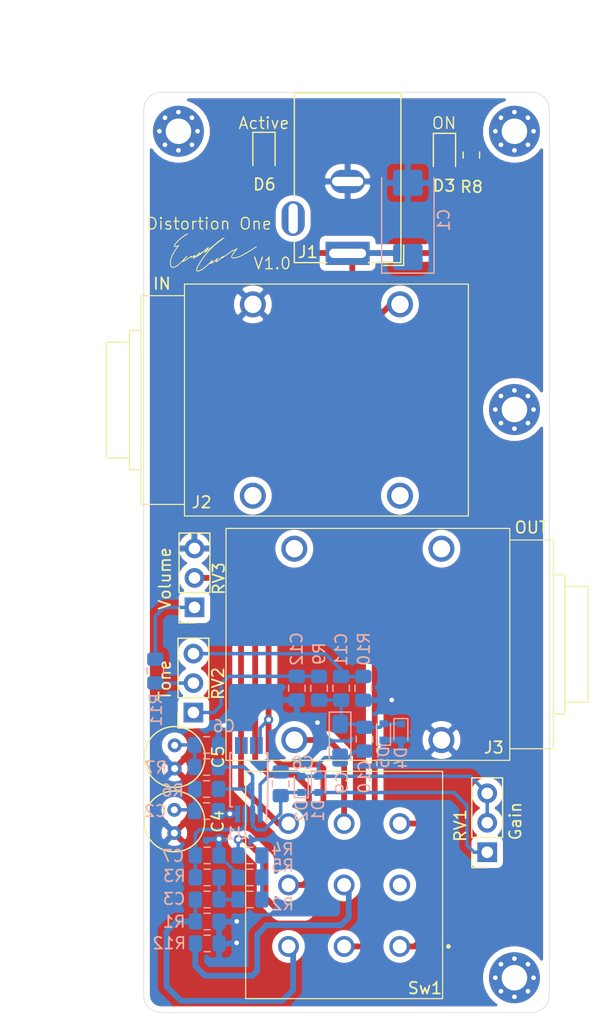
<source format=kicad_pcb>
(kicad_pcb (version 20171130) (host pcbnew "(5.1.8)-1")
  (title_block (title DistortionOne) (date 2020-06-03) (rev v1.0) (comment 1 "Eduardo Contreras"))
  (layers (0 F.Cu signal) (31 B.Cu signal) (34 B.Paste user) (35 F.Paste user) (36 B.SilkS user) (37 F.SilkS user) (38 B.Mask user) (39 F.Mask user) (44 Edge.Cuts user))
  (net 0 "")
  (net 1 GND)
  (net 2 +12V)
  (net 3 "Net-(C2-Pad1)")
  (net 4 "Net-(C3-Pad2)")
  (net 5 "Net-(J2-Pad1)")
  (net 6 "Net-(J3-Pad1)")
  (net 7 +6V)
  (net 8 "Net-(C3-Pad1)")
  (net 9 "Net-(C5-Pad1)")
  (net 10 "Net-(C7-Pad2)")
  (net 11 "Net-(C10-Pad2)")
  (net 12 "Net-(C8-Pad1)")
  (net 13 "Net-(C10-Pad1)")
  (net 14 "Net-(C11-Pad2)")
  (net 15 "Net-(C12-Pad2)")
  (net 16 "Net-(D3-Pad1)")
  (net 17 "Net-(D6-Pad1)")
  (net 18 "Net-(R11-Pad2)")
  (net 19 "Net-(R11-Pad1)")
  (net 20 "Net-(R12-Pad2)")
  (net 21 "Net-(RV3-Pad2)")
  (net 22 /bypass)
  (module Connector_BarrelJack:BarrelJack_CUI_PJ-102AH_Horizontal (layer F.Cu) (at 124.6 65.53 180)
    (fp_text reference J1 (at 3.43 0.11) (layer F.SilkS))
    (fp_text value Jack-DC)
    (pad 3 thru_hole oval (at 4.7 3 180) (size 2 3) (drill oval 0.8 2.6) (layers *.Cu *.Mask))
    (pad 2 thru_hole oval (at 0 6.2 180) (size 3 2) (drill oval 2.7 0.8) (layers *.Cu *.Mask) (net 1 GND))
    (pad 1 thru_hole rect (at 0 0 180) (size 3.8 2) (drill oval 3.2 0.8) (layers *.Cu *.Mask) (net 2 +12V))
  )
  (module Aesthetics:frima (layer F.Cu) (at 113 65.45)
    (fp_text reference G*** hide)
    (fp_text value LOGO hide)
  )
  (module MountingHole:MountingHole_2.2mm_M2_Pad_Via (layer F.Cu) (at 139 79)
    (fp_text reference REF**)
    (fp_text value MountingHole_2.2mm_M2_Pad_Via)
    (pad 1 thru_hole circle (at 0 0) (size 4.4 4.4) (drill 2.2) (layers *.Cu *.Mask))
    (pad 1 thru_hole circle (at 1.65 0) (size 0.7 0.7) (drill 0.4) (layers *.Cu *.Mask))
    (pad 1 thru_hole circle (at 1.166726 1.166726) (size 0.7 0.7) (drill 0.4) (layers *.Cu *.Mask))
    (pad 1 thru_hole circle (at 0 1.65) (size 0.7 0.7) (drill 0.4) (layers *.Cu *.Mask))
    (pad 1 thru_hole circle (at -1.166726 1.166726) (size 0.7 0.7) (drill 0.4) (layers *.Cu *.Mask))
    (pad 1 thru_hole circle (at -1.65 0) (size 0.7 0.7) (drill 0.4) (layers *.Cu *.Mask))
    (pad 1 thru_hole circle (at -1.166726 -1.166726) (size 0.7 0.7) (drill 0.4) (layers *.Cu *.Mask))
    (pad 1 thru_hole circle (at 0 -1.65) (size 0.7 0.7) (drill 0.4) (layers *.Cu *.Mask))
    (pad 1 thru_hole circle (at 1.166726 -1.166726) (size 0.7 0.7) (drill 0.4) (layers *.Cu *.Mask))
  )
  (module MountingHole:MountingHole_2.2mm_M2_Pad_Via (layer F.Cu) (at 139 128)
    (fp_text reference REF**)
    (fp_text value MountingHole_2.2mm_M2_Pad_Via)
    (pad 1 thru_hole circle (at 1.166726 -1.166726) (size 0.7 0.7) (drill 0.4) (layers *.Cu *.Mask))
    (pad 1 thru_hole circle (at 0 -1.65) (size 0.7 0.7) (drill 0.4) (layers *.Cu *.Mask))
    (pad 1 thru_hole circle (at -1.166726 -1.166726) (size 0.7 0.7) (drill 0.4) (layers *.Cu *.Mask))
    (pad 1 thru_hole circle (at -1.65 0) (size 0.7 0.7) (drill 0.4) (layers *.Cu *.Mask))
    (pad 1 thru_hole circle (at -1.166726 1.166726) (size 0.7 0.7) (drill 0.4) (layers *.Cu *.Mask))
    (pad 1 thru_hole circle (at 0 1.65) (size 0.7 0.7) (drill 0.4) (layers *.Cu *.Mask))
    (pad 1 thru_hole circle (at 1.166726 1.166726) (size 0.7 0.7) (drill 0.4) (layers *.Cu *.Mask))
    (pad 1 thru_hole circle (at 1.65 0) (size 0.7 0.7) (drill 0.4) (layers *.Cu *.Mask))
    (pad 1 thru_hole circle (at 0 0) (size 4.4 4.4) (drill 2.2) (layers *.Cu *.Mask))
  )
  (module MountingHole:MountingHole_2.2mm_M2_Pad_Via (layer F.Cu) (at 139 55)
    (fp_text reference REF**)
    (fp_text value MountingHole_2.2mm_M2_Pad_Via)
    (pad 1 thru_hole circle (at 0 0) (size 4.4 4.4) (drill 2.2) (layers *.Cu *.Mask))
    (pad 1 thru_hole circle (at 1.65 0) (size 0.7 0.7) (drill 0.4) (layers *.Cu *.Mask))
    (pad 1 thru_hole circle (at 1.166726 1.166726) (size 0.7 0.7) (drill 0.4) (layers *.Cu *.Mask))
    (pad 1 thru_hole circle (at 0 1.65) (size 0.7 0.7) (drill 0.4) (layers *.Cu *.Mask))
    (pad 1 thru_hole circle (at -1.166726 1.166726) (size 0.7 0.7) (drill 0.4) (layers *.Cu *.Mask))
    (pad 1 thru_hole circle (at -1.65 0) (size 0.7 0.7) (drill 0.4) (layers *.Cu *.Mask))
    (pad 1 thru_hole circle (at -1.166726 -1.166726) (size 0.7 0.7) (drill 0.4) (layers *.Cu *.Mask))
    (pad 1 thru_hole circle (at 0 -1.65) (size 0.7 0.7) (drill 0.4) (layers *.Cu *.Mask))
    (pad 1 thru_hole circle (at 1.166726 -1.166726) (size 0.7 0.7) (drill 0.4) (layers *.Cu *.Mask))
  )
  (module MountingHole:MountingHole_2.2mm_M2_Pad_Via (layer F.Cu) (at 110 55)
    (fp_text reference REF**)
    (fp_text value MountingHole_2.2mm_M2_Pad_Via)
    (pad 1 thru_hole circle (at 1.166726 -1.166726) (size 0.7 0.7) (drill 0.4) (layers *.Cu *.Mask))
    (pad 1 thru_hole circle (at 0 -1.65) (size 0.7 0.7) (drill 0.4) (layers *.Cu *.Mask))
    (pad 1 thru_hole circle (at -1.166726 -1.166726) (size 0.7 0.7) (drill 0.4) (layers *.Cu *.Mask))
    (pad 1 thru_hole circle (at -1.65 0) (size 0.7 0.7) (drill 0.4) (layers *.Cu *.Mask))
    (pad 1 thru_hole circle (at -1.166726 1.166726) (size 0.7 0.7) (drill 0.4) (layers *.Cu *.Mask))
    (pad 1 thru_hole circle (at 0 1.65) (size 0.7 0.7) (drill 0.4) (layers *.Cu *.Mask))
    (pad 1 thru_hole circle (at 1.166726 1.166726) (size 0.7 0.7) (drill 0.4) (layers *.Cu *.Mask))
    (pad 1 thru_hole circle (at 1.65 0) (size 0.7 0.7) (drill 0.4) (layers *.Cu *.Mask))
    (pad 1 thru_hole circle (at 0 0) (size 4.4 4.4) (drill 2.2) (layers *.Cu *.Mask))
  )
  (module Package_SO:TSSOP-8_4.4x3mm_P0.65mm (layer B.Cu) (at 116.075 110.925 90)
    (fp_text reference U1 (at -4.615 -1.065 180) (layer B.SilkS) (effects (justify mirror)))
    (fp_text value TL082)
    (pad 8 smd rect (at 2.95 0.975 90) (size 1.45 0.45) (layers B.Cu B.Paste B.Mask) (net 2 +12V))
    (pad 7 smd rect (at 2.95 0.325 90) (size 1.45 0.45) (layers B.Cu B.Paste B.Mask))
    (pad 6 smd rect (at 2.95 -0.325 90) (size 1.45 0.45) (layers B.Cu B.Paste B.Mask))
    (pad 5 smd rect (at 2.95 -0.975 90) (size 1.45 0.45) (layers B.Cu B.Paste B.Mask))
    (pad 4 smd rect (at -2.95 -0.975 90) (size 1.45 0.45) (layers B.Cu B.Paste B.Mask) (net 1 GND))
    (pad 3 smd rect (at -2.95 -0.325 90) (size 1.45 0.45) (layers B.Cu B.Paste B.Mask) (net 10 "Net-(C7-Pad2)"))
    (pad 2 smd rect (at -2.95 0.325 90) (size 1.45 0.45) (layers B.Cu B.Paste B.Mask) (net 12 "Net-(C8-Pad1)"))
    (pad 1 smd rect (at -2.95 0.975 90) (size 1.45 0.45) (layers B.Cu B.Paste B.Mask) (net 11 "Net-(C10-Pad2)"))
  )
  (module SamacSys_Parts:FS57003PLT2B2M2QE (layer F.Cu) (at 124.6 120 90)
    (fp_text reference Sw1 (at -8.9 6.675 180) (layer F.SilkS))
    (fp_text value Footswitch hide)
    (pad 9 thru_hole circle (at 5.3 -5.1 90) (size 1.8 1.8) (drill 1.2) (layers *.Cu *.Mask) (net 21 "Net-(RV3-Pad2)"))
    (pad 8 thru_hole circle (at 5.3 -0.3 90) (size 1.8 1.8) (drill 1.2) (layers *.Cu *.Mask) (net 6 "Net-(J3-Pad1)"))
    (pad 7 thru_hole circle (at 5.3 4.5 90) (size 1.8 1.8) (drill 1.2) (layers *.Cu *.Mask) (net 22 /bypass))
    (pad 6 thru_hole circle (at 0 -5.1 90) (size 1.8 1.8) (drill 1.2) (layers *.Cu *.Mask) (net 17 "Net-(D6-Pad1)"))
    (pad 5 thru_hole circle (at 0 -0.3 90) (size 1.8 1.8) (drill 1.2) (layers *.Cu *.Mask) (net 20 "Net-(R12-Pad2)"))
    (pad 4 thru_hole circle (at 0 4.5 90) (size 1.8 1.8) (drill 1.2) (layers *.Cu *.Mask))
    (pad 3 thru_hole circle (at -5.3 -5.1 90) (size 1.8 1.8) (drill 1.2) (layers *.Cu *.Mask) (net 4 "Net-(C3-Pad2)"))
    (pad 2 thru_hole circle (at -5.3 -0.3 90) (size 1.8 1.8) (drill 1.2) (layers *.Cu *.Mask) (net 5 "Net-(J2-Pad1)"))
    (pad 1 thru_hole circle (at -5.3 4.5 90) (size 1.8 1.8) (drill 1.2) (layers *.Cu *.Mask) (net 22 /bypass))
  )
  (module Connector_PinSocket_2.54mm:PinSocket_1x03_P2.54mm_Vertical (layer F.Cu) (at 111.38 96.06 180)
    (fp_text reference RV3 (at -2.095 2.485 270) (layer F.SilkS))
    (fp_text value 100K)
    (pad 3 thru_hole oval (at 0 5.08 180) (size 1.7 1.7) (drill 1) (layers *.Cu *.Mask) (net 1 GND))
    (pad 2 thru_hole oval (at 0 2.54 180) (size 1.7 1.7) (drill 1) (layers *.Cu *.Mask) (net 21 "Net-(RV3-Pad2)"))
    (pad 1 thru_hole rect (at 0 0 180) (size 1.7 1.7) (drill 1) (layers *.Cu *.Mask) (net 19 "Net-(R11-Pad1)"))
  )
  (module Connector_PinSocket_2.54mm:PinSocket_1x03_P2.54mm_Vertical (layer F.Cu) (at 111.29 105.13 180)
    (fp_text reference RV2 (at -2.135 2.505 270) (layer F.SilkS))
    (fp_text value 100K)
    (pad 3 thru_hole oval (at 0 5.08 180) (size 1.7 1.7) (drill 1) (layers *.Cu *.Mask) (net 14 "Net-(C11-Pad2)"))
    (pad 2 thru_hole oval (at 0 2.54 180) (size 1.7 1.7) (drill 1) (layers *.Cu *.Mask) (net 18 "Net-(R11-Pad2)"))
    (pad 1 thru_hole rect (at 0 0 180) (size 1.7 1.7) (drill 1) (layers *.Cu *.Mask) (net 15 "Net-(C12-Pad2)"))
  )
  (module Connector_PinSocket_2.54mm:PinSocket_1x03_P2.54mm_Vertical (layer F.Cu) (at 136.65 117.175 180)
    (fp_text reference RV1 (at 2.325 2.3 270) (layer F.SilkS))
    (fp_text value 100K)
    (pad 3 thru_hole oval (at 0 5.08 180) (size 1.7 1.7) (drill 1) (layers *.Cu *.Mask) (net 11 "Net-(C10-Pad2)"))
    (pad 2 thru_hole oval (at 0 2.54 180) (size 1.7 1.7) (drill 1) (layers *.Cu *.Mask) (net 11 "Net-(C10-Pad2)"))
    (pad 1 thru_hole rect (at 0 0 180) (size 1.7 1.7) (drill 1) (layers *.Cu *.Mask) (net 12 "Net-(C8-Pad1)"))
  )
  (module Resistor_SMD:R_0805_2012Metric_Pad1.15x1.40mm_HandSolder (layer B.Cu) (at 112.48 125.04 180)
    (fp_text reference R12 (at 3.28 0.015) (layer B.SilkS) (effects (justify mirror)))
    (fp_text value 1K)
    (pad 2 smd roundrect (at 1.025 0 180) (size 1.15 1.4) (layers B.Cu B.Paste B.Mask) (roundrect_rratio 0.217391) (net 20 "Net-(R12-Pad2)"))
    (pad 1 smd roundrect (at -1.025 0 180) (size 1.15 1.4) (layers B.Cu B.Paste B.Mask) (roundrect_rratio 0.217391) (net 1 GND))
  )
  (module Resistor_SMD:R_0805_2012Metric_Pad1.15x1.40mm_HandSolder (layer B.Cu) (at 108 101.555 270)
    (fp_text reference R11 (at 3.345 -0.05 90) (layer B.SilkS) (effects (justify mirror)))
    (fp_text value 1K)
    (pad 2 smd roundrect (at 1.025 0 270) (size 1.15 1.4) (layers B.Cu B.Paste B.Mask) (roundrect_rratio 0.217391) (net 18 "Net-(R11-Pad2)"))
    (pad 1 smd roundrect (at -1.025 0 270) (size 1.15 1.4) (layers B.Cu B.Paste B.Mask) (roundrect_rratio 0.217391) (net 19 "Net-(R11-Pad1)"))
  )
  (module Resistor_SMD:R_0805_2012Metric_Pad1.15x1.40mm_HandSolder (layer B.Cu) (at 125.95 103.04 90)
    (fp_text reference R10 (at 3.39 0.05 270) (layer B.SilkS) (effects (justify mirror)))
    (fp_text value 22K)
    (pad 2 smd roundrect (at 1.025 0 90) (size 1.15 1.4) (layers B.Cu B.Paste B.Mask) (roundrect_rratio 0.217391) (net 14 "Net-(C11-Pad2)"))
    (pad 1 smd roundrect (at -1.025 0 90) (size 1.15 1.4) (layers B.Cu B.Paste B.Mask) (roundrect_rratio 0.217391) (net 1 GND))
  )
  (module Resistor_SMD:R_0805_2012Metric_Pad1.15x1.40mm_HandSolder (layer B.Cu) (at 122.13 103.035 270)
    (fp_text reference R9 (at -2.985 -0.02 90) (layer B.SilkS) (effects (justify mirror)))
    (fp_text value 39K)
    (pad 2 smd roundrect (at 1.025 0 270) (size 1.15 1.4) (layers B.Cu B.Paste B.Mask) (roundrect_rratio 0.217391) (net 13 "Net-(C10-Pad1)"))
    (pad 1 smd roundrect (at -1.025 0 270) (size 1.15 1.4) (layers B.Cu B.Paste B.Mask) (roundrect_rratio 0.217391) (net 15 "Net-(C12-Pad2)"))
  )
  (module Resistor_SMD:R_0805_2012Metric_Pad1.15x1.40mm_HandSolder (layer F.Cu) (at 135.28 57.055 90)
    (fp_text reference R8 (at -2.745 0.02) (layer F.SilkS))
    (fp_text value 1K)
    (pad 2 smd roundrect (at 1.025 0 90) (size 1.15 1.4) (layers F.Cu F.Paste F.Mask) (roundrect_rratio 0.217391) (net 16 "Net-(D3-Pad1)"))
    (pad 1 smd roundrect (at -1.025 0 90) (size 1.15 1.4) (layers F.Cu F.Paste F.Mask) (roundrect_rratio 0.217391) (net 1 GND))
  )
  (module Resistor_SMD:R_0805_2012Metric_Pad1.15x1.40mm_HandSolder (layer B.Cu) (at 112.425 109.825 180)
    (fp_text reference R7 (at 4.375 -0.05) (layer B.SilkS) (effects (justify mirror)))
    (fp_text value 560R)
    (pad 2 smd roundrect (at 1.025 0 180) (size 1.15 1.4) (layers B.Cu B.Paste B.Mask) (roundrect_rratio 0.217391) (net 9 "Net-(C5-Pad1)"))
    (pad 1 smd roundrect (at -1.025 0 180) (size 1.15 1.4) (layers B.Cu B.Paste B.Mask) (roundrect_rratio 0.217391) (net 12 "Net-(C8-Pad1)"))
  )
  (module Resistor_SMD:R_0805_2012Metric_Pad1.15x1.40mm_HandSolder (layer B.Cu) (at 112.425 111.725 180)
    (fp_text reference R6 (at 2.925 -0.125) (layer B.SilkS) (effects (justify mirror)))
    (fp_text value 47R)
    (pad 2 smd roundrect (at 1.025 0 180) (size 1.15 1.4) (layers B.Cu B.Paste B.Mask) (roundrect_rratio 0.217391) (net 3 "Net-(C2-Pad1)"))
    (pad 1 smd roundrect (at -1.025 0 180) (size 1.15 1.4) (layers B.Cu B.Paste B.Mask) (roundrect_rratio 0.217391) (net 12 "Net-(C8-Pad1)"))
  )
  (module Resistor_SMD:R_0805_2012Metric_Pad1.15x1.40mm_HandSolder (layer B.Cu) (at 116.175 119.35 180)
    (fp_text reference R5 (at -2.825 1.025) (layer B.SilkS) (effects (justify mirror)))
    (fp_text value 27K)
    (pad 2 smd roundrect (at 1.025 0 180) (size 1.15 1.4) (layers B.Cu B.Paste B.Mask) (roundrect_rratio 0.217391) (net 1 GND))
    (pad 1 smd roundrect (at -1.025 0 180) (size 1.15 1.4) (layers B.Cu B.Paste B.Mask) (roundrect_rratio 0.217391) (net 7 +6V))
  )
  (module Resistor_SMD:R_0805_2012Metric_Pad1.15x1.40mm_HandSolder (layer B.Cu) (at 116.175 117.45)
    (fp_text reference R4 (at 2.8 -0.525) (layer B.SilkS) (effects (justify mirror)))
    (fp_text value 27K)
    (pad 2 smd roundrect (at 1.025 0) (size 1.15 1.4) (layers B.Cu B.Paste B.Mask) (roundrect_rratio 0.217391) (net 7 +6V))
    (pad 1 smd roundrect (at -1.025 0) (size 1.15 1.4) (layers B.Cu B.Paste B.Mask) (roundrect_rratio 0.217391) (net 2 +12V))
  )
  (module Resistor_SMD:R_0805_2012Metric_Pad1.15x1.40mm_HandSolder (layer B.Cu) (at 112.475 119.35)
    (fp_text reference R3 (at -2.825 -0.125) (layer B.SilkS) (effects (justify mirror)))
    (fp_text value 1K)
    (pad 2 smd roundrect (at 1.025 0) (size 1.15 1.4) (layers B.Cu B.Paste B.Mask) (roundrect_rratio 0.217391) (net 8 "Net-(C3-Pad1)"))
    (pad 1 smd roundrect (at -1.025 0) (size 1.15 1.4) (layers B.Cu B.Paste B.Mask) (roundrect_rratio 0.217391) (net 10 "Net-(C7-Pad2)"))
  )
  (module Resistor_SMD:R_0805_2012Metric_Pad1.15x1.40mm_HandSolder (layer B.Cu) (at 116.175 121.25 180)
    (fp_text reference R2 (at -2.825 -0.425) (layer B.SilkS) (effects (justify mirror)))
    (fp_text value 1M)
    (pad 2 smd roundrect (at 1.025 0 180) (size 1.15 1.4) (layers B.Cu B.Paste B.Mask) (roundrect_rratio 0.217391) (net 8 "Net-(C3-Pad1)"))
    (pad 1 smd roundrect (at -1.025 0 180) (size 1.15 1.4) (layers B.Cu B.Paste B.Mask) (roundrect_rratio 0.217391) (net 7 +6V))
  )
  (module Resistor_SMD:R_0805_2012Metric_Pad1.15x1.40mm_HandSolder (layer B.Cu) (at 112.475 123.15)
    (fp_text reference R1 (at -2.85 0.025) (layer B.SilkS) (effects (justify mirror)))
    (fp_text value 1M)
    (pad 2 smd roundrect (at 1.025 0) (size 1.15 1.4) (layers B.Cu B.Paste B.Mask) (roundrect_rratio 0.217391) (net 1 GND))
    (pad 1 smd roundrect (at -1.025 0) (size 1.15 1.4) (layers B.Cu B.Paste B.Mask) (roundrect_rratio 0.217391) (net 4 "Net-(C3-Pad2)"))
  )
  (module SamacSys_Parts:NYS2162U (layer F.Cu) (at 120 107.5)
    (fp_text reference J3 (at 17.225 0.65) (layer F.SilkS))
    (fp_text value OUT (at 20.45 -18.325) (layer F.SilkS))
    (pad 4 thru_hole circle (at 0 -16.5) (size 2.25 2.25) (drill 1.5) (layers *.Cu *.Mask))
    (pad 3 thru_hole circle (at 12.7 -16.5) (size 2.25 2.25) (drill 1.5) (layers *.Cu *.Mask))
    (pad 2 thru_hole circle (at 12.7 0) (size 2.25 2.25) (drill 1.5) (layers *.Cu *.Mask) (net 1 GND))
    (pad 1 thru_hole circle (at 0 0) (size 2.25 2.25) (drill 1.5) (layers *.Cu *.Mask) (net 6 "Net-(J3-Pad1)"))
  )
  (module SamacSys_Parts:NYS2162U (layer F.Cu) (at 129.12 69.93 180)
    (fp_text reference J2 (at 17.12 -17.07) (layer F.SilkS))
    (fp_text value IN (at 20.545 1.78) (layer F.SilkS))
    (pad 4 thru_hole circle (at 0 -16.5 180) (size 2.25 2.25) (drill 1.5) (layers *.Cu *.Mask))
    (pad 3 thru_hole circle (at 12.7 -16.5 180) (size 2.25 2.25) (drill 1.5) (layers *.Cu *.Mask))
    (pad 2 thru_hole circle (at 12.7 0 180) (size 2.25 2.25) (drill 1.5) (layers *.Cu *.Mask) (net 1 GND))
    (pad 1 thru_hole circle (at 0 0 180) (size 2.25 2.25) (drill 1.5) (layers *.Cu *.Mask) (net 5 "Net-(J2-Pad1)"))
  )
  (module LED_SMD:LED_0805_2012Metric_Pad1.15x1.40mm_HandSolder (layer F.Cu) (at 117.38 56.95 270)
    (fp_text reference D6 (at 2.64 -0.04 180) (layer F.SilkS))
    (fp_text value Active (at -2.65 0.005 180) (layer F.SilkS) (effects (font (thickness 0.12))))
    (pad 2 smd roundrect (at 1.025 0 270) (size 1.15 1.4) (layers F.Cu F.Paste F.Mask) (roundrect_rratio 0.217391) (net 2 +12V))
    (pad 1 smd roundrect (at -1.025 0 270) (size 1.15 1.4) (layers F.Cu F.Paste F.Mask) (roundrect_rratio 0.217391) (net 17 "Net-(D6-Pad1)"))
  )
  (module Diode_SMD:D_SOD-523 (layer B.Cu) (at 127.7 106.8 90)
    (fp_text reference D5 (at -2.175 -0.025 90) (layer B.SilkS) (effects (justify mirror)))
    (fp_text value 1n4148)
    (pad 1 smd rect (at -0.7 0 270) (size 0.6 0.7) (layers B.Cu B.Paste B.Mask) (net 1 GND))
    (pad 2 smd rect (at 0.7 0 270) (size 0.6 0.7) (layers B.Cu B.Paste B.Mask) (net 13 "Net-(C10-Pad1)"))
  )
  (module Diode_SMD:D_SOD-523 (layer B.Cu) (at 129.2 106.8 270)
    (fp_text reference D4 (at 2.25 0 90) (layer B.SilkS) (effects (justify mirror)))
    (fp_text value 1n4148)
    (pad 1 smd rect (at -0.7 0 90) (size 0.6 0.7) (layers B.Cu B.Paste B.Mask) (net 13 "Net-(C10-Pad1)"))
    (pad 2 smd rect (at 0.7 0 90) (size 0.6 0.7) (layers B.Cu B.Paste B.Mask) (net 1 GND))
  )
  (module LED_SMD:LED_0805_2012Metric_Pad1.15x1.40mm_HandSolder (layer F.Cu) (at 132.96 57.04 270)
    (fp_text reference D3 (at 2.66 0.03) (layer F.SilkS))
    (fp_text value ON (at -2.74 0.035) (layer F.SilkS) (effects (font (thickness 0.12))))
    (pad 2 smd roundrect (at 1.025 0 270) (size 1.15 1.4) (layers F.Cu F.Paste F.Mask) (roundrect_rratio 0.217391) (net 2 +12V))
    (pad 1 smd roundrect (at -1.025 0 270) (size 1.15 1.4) (layers F.Cu F.Paste F.Mask) (roundrect_rratio 0.217391) (net 16 "Net-(D3-Pad1)"))
  )
  (module Diode_SMD:D_SOD-523 (layer B.Cu) (at 120.6 111.325 90)
    (fp_text reference D2 (at -2.275 0.025 90) (layer B.SilkS) (effects (justify mirror)))
    (fp_text value 1n4148)
    (pad 1 smd rect (at -0.7 0 270) (size 0.6 0.7) (layers B.Cu B.Paste B.Mask) (net 12 "Net-(C8-Pad1)"))
    (pad 2 smd rect (at 0.7 0 270) (size 0.6 0.7) (layers B.Cu B.Paste B.Mask) (net 11 "Net-(C10-Pad2)"))
  )
  (module Diode_SMD:D_SOD-523 (layer B.Cu) (at 122.075 111.325 270)
    (fp_text reference D1 (at 2.25 0.025 90) (layer B.SilkS) (effects (justify mirror)))
    (fp_text value 1n4148)
    (pad 1 smd rect (at -0.7 0 90) (size 0.6 0.7) (layers B.Cu B.Paste B.Mask) (net 11 "Net-(C10-Pad2)"))
    (pad 2 smd rect (at 0.7 0 90) (size 0.6 0.7) (layers B.Cu B.Paste B.Mask) (net 12 "Net-(C8-Pad1)"))
  )
  (module Capacitor_SMD:C_0805_2012Metric_Pad1.15x1.40mm_HandSolder (layer B.Cu) (at 120.215 103.03 90)
    (fp_text reference C12 (at 3.38 -0.015 90) (layer B.SilkS) (effects (justify mirror)))
    (fp_text value 10nF)
    (pad 2 smd roundrect (at 1.025 0 90) (size 1.15 1.4) (layers B.Cu B.Paste B.Mask) (roundrect_rratio 0.217391) (net 15 "Net-(C12-Pad2)"))
    (pad 1 smd roundrect (at -1.025 0 90) (size 1.15 1.4) (layers B.Cu B.Paste B.Mask) (roundrect_rratio 0.217391) (net 1 GND))
  )
  (module Capacitor_SMD:C_0805_2012Metric_Pad1.15x1.40mm_HandSolder (layer B.Cu) (at 124.04 103.03 90)
    (fp_text reference C11 (at 3.33 0.01 90) (layer B.SilkS) (effects (justify mirror)))
    (fp_text value 4.7nF)
    (pad 2 smd roundrect (at 1.025 0 90) (size 1.15 1.4) (layers B.Cu B.Paste B.Mask) (roundrect_rratio 0.217391) (net 14 "Net-(C11-Pad2)"))
    (pad 1 smd roundrect (at -1.025 0 90) (size 1.15 1.4) (layers B.Cu B.Paste B.Mask) (roundrect_rratio 0.217391) (net 13 "Net-(C10-Pad1)"))
  )
  (module Capacitor_SMD:C_0805_2012Metric_Pad1.15x1.40mm_HandSolder (layer B.Cu) (at 126.05 107.425 270)
    (fp_text reference C10 (at 3.245 0 90) (layer B.SilkS) (effects (justify mirror)))
    (fp_text value 1uF)
    (pad 2 smd roundrect (at 1.025 0 270) (size 1.15 1.4) (layers B.Cu B.Paste B.Mask) (roundrect_rratio 0.217391) (net 11 "Net-(C10-Pad2)"))
    (pad 1 smd roundrect (at -1.025 0 270) (size 1.15 1.4) (layers B.Cu B.Paste B.Mask) (roundrect_rratio 0.217391) (net 13 "Net-(C10-Pad1)"))
  )
  (module Capacitor_Tantalum_SMD:CP_EIA-3216-18_Kemet-A_Pad1.58x1.35mm_HandSolder (layer B.Cu) (at 123.95 107.575 270)
    (fp_text reference C9 (at 3.605 -0.16 90) (layer B.SilkS) (effects (justify mirror)))
    (fp_text value 1uF)
    (pad 2 smd roundrect (at 1.4375 0 270) (size 1.575 1.35) (layers B.Cu B.Paste B.Mask) (roundrect_rratio 0.185185) (net 11 "Net-(C10-Pad2)"))
    (pad 1 smd roundrect (at -1.4375 0 270) (size 1.575 1.35) (layers B.Cu B.Paste B.Mask) (roundrect_rratio 0.185185) (net 13 "Net-(C10-Pad1)"))
  )
  (module Capacitor_SMD:C_0805_2012Metric_Pad1.15x1.40mm_HandSolder (layer B.Cu) (at 118.825 111.275 90)
    (fp_text reference C8 (at 1.805 1.915) (layer B.SilkS) (effects (justify mirror)))
    (fp_text value 100pF)
    (pad 2 smd roundrect (at 1.025 0 90) (size 1.15 1.4) (layers B.Cu B.Paste B.Mask) (roundrect_rratio 0.217391) (net 11 "Net-(C10-Pad2)"))
    (pad 1 smd roundrect (at -1.025 0 90) (size 1.15 1.4) (layers B.Cu B.Paste B.Mask) (roundrect_rratio 0.217391) (net 12 "Net-(C8-Pad1)"))
  )
  (module Capacitor_SMD:C_0805_2012Metric_Pad1.15x1.40mm_HandSolder (layer B.Cu) (at 112.475 117.45 180)
    (fp_text reference C7 (at 2.95 -0.05) (layer B.SilkS) (effects (justify mirror)))
    (fp_text value 1nF)
    (pad 2 smd roundrect (at 1.025 0 180) (size 1.15 1.4) (layers B.Cu B.Paste B.Mask) (roundrect_rratio 0.217391) (net 10 "Net-(C7-Pad2)"))
    (pad 1 smd roundrect (at -1.025 0 180) (size 1.15 1.4) (layers B.Cu B.Paste B.Mask) (roundrect_rratio 0.217391) (net 1 GND))
  )
  (module Capacitor_SMD:C_0805_2012Metric_Pad1.15x1.40mm_HandSolder (layer B.Cu) (at 112.425 107.925)
    (fp_text reference C6 (at 1.5 -1.625) (layer B.SilkS) (effects (justify mirror)))
    (fp_text value 4.7uF)
    (pad 2 smd roundrect (at 1.025 0) (size 1.15 1.4) (layers B.Cu B.Paste B.Mask) (roundrect_rratio 0.217391) (net 1 GND))
    (pad 1 smd roundrect (at -1.025 0) (size 1.15 1.4) (layers B.Cu B.Paste B.Mask) (roundrect_rratio 0.217391) (net 9 "Net-(C5-Pad1)"))
  )
  (module Capacitor_THT:C_Radial_D5.0mm_H5.0mm_P2.00mm (layer F.Cu) (at 109.67 107.96 270)
    (fp_text reference C5 (at 1 -3.75 270) (layer F.SilkS))
    (fp_text value 4.7uF)
    (pad 2 thru_hole circle (at 2 0 270) (size 1.2 1.2) (drill 0.6) (layers *.Cu *.Mask) (net 1 GND))
    (pad 1 thru_hole circle (at 0 0 270) (size 1.2 1.2) (drill 0.6) (layers *.Cu *.Mask) (net 9 "Net-(C5-Pad1)"))
  )
  (module Capacitor_THT:C_Radial_D5.0mm_H5.0mm_P2.00mm (layer F.Cu) (at 109.64 113.52 270)
    (fp_text reference C4 (at 1 -3.75 90) (layer F.SilkS))
    (fp_text value 2.2uF)
    (pad 2 thru_hole circle (at 2 0 270) (size 1.2 1.2) (drill 0.6) (layers *.Cu *.Mask) (net 1 GND))
    (pad 1 thru_hole circle (at 0 0 270) (size 1.2 1.2) (drill 0.6) (layers *.Cu *.Mask) (net 3 "Net-(C2-Pad1)"))
  )
  (module Capacitor_SMD:C_0805_2012Metric_Pad1.15x1.40mm_HandSolder (layer B.Cu) (at 112.475 121.25 180)
    (fp_text reference C3 (at 2.85 0.05) (layer B.SilkS) (effects (justify mirror)))
    (fp_text value 22nF)
    (pad 2 smd roundrect (at 1.025 0 180) (size 1.15 1.4) (layers B.Cu B.Paste B.Mask) (roundrect_rratio 0.217391) (net 4 "Net-(C3-Pad2)"))
    (pad 1 smd roundrect (at -1.025 0 180) (size 1.15 1.4) (layers B.Cu B.Paste B.Mask) (roundrect_rratio 0.217391) (net 8 "Net-(C3-Pad1)"))
  )
  (module Capacitor_SMD:C_0805_2012Metric_Pad1.15x1.40mm_HandSolder (layer B.Cu) (at 112.425 113.625)
    (fp_text reference C2 (at -4.425 0) (layer B.SilkS) (effects (justify mirror)))
    (fp_text value 2.2uF)
    (pad 2 smd roundrect (at 1.025 0) (size 1.15 1.4) (layers B.Cu B.Paste B.Mask) (roundrect_rratio 0.217391) (net 1 GND))
    (pad 1 smd roundrect (at -1.025 0) (size 1.15 1.4) (layers B.Cu B.Paste B.Mask) (roundrect_rratio 0.217391) (net 3 "Net-(C2-Pad1)"))
  )
  (module Capacitor_Tantalum_SMD:CP_EIA-7343-30_AVX-N_Pad2.25x2.55mm_HandSolder (layer B.Cu) (at 129.8 62.65 90)
    (fp_text reference C1 (at 0 3.1 90) (layer B.SilkS) (effects (justify mirror)))
    (fp_text value 47uF)
    (pad 2 smd roundrect (at 3.2 0 90) (size 2.25 2.55) (layers B.Cu B.Paste B.Mask) (roundrect_rratio 0.111111) (net 1 GND))
    (pad 1 smd roundrect (at -3.2 0 90) (size 2.25 2.55) (layers B.Cu B.Paste B.Mask) (roundrect_rratio 0.111111) (net 2 +12V))
  )
  (gr_text Gain (at 139.075 114.5 90) (layer F.SilkS) (effects (font (size 1 1))))
  (gr_text Tone (at 108.825 102.325 90) (layer F.SilkS) (effects (font (size 1 1))))
  (gr_text Volume (at 108.825 93.575 90) (layer F.SilkS) (effects (font (size 1 1))))
  (gr_arc (start 108.5 129.5) (end 107 129.5) (angle -90) (layer Edge.Cuts) (width 0.05))
  (gr_arc (start 140.5 129.5) (end 140.5 131) (angle -90) (layer Edge.Cuts) (width 0.05))
  (gr_arc (start 140.5 53.13) (end 142 53.13) (angle -90) (layer Edge.Cuts) (width 0.05))
  (gr_arc (start 108.5 53.13) (end 108.5 51.63) (angle -90) (layer Edge.Cuts) (width 0.05))
  (gr_text V1.0 (at 118.1 66.4) (layer F.SilkS) (effects (font (size 1 1) (thickness 0.11))))
  (gr_text "Distortion One" (at 112.65 62.975) (layer F.SilkS) (effects (font (size 1 1) (thickness 0.11))))
  (gr_line (start 108.5 51.63) (end 140.5 51.63) (layer Edge.Cuts) (width 0.05))
  (gr_line (start 108.5 131) (end 140.5 131) (layer Edge.Cuts) (width 0.05))
  (gr_line (start 142 129.5) (end 142 53.13) (layer Edge.Cuts) (width 0.05))
  (gr_line (start 107 129.5) (end 107 53.13) (layer Edge.Cuts) (width 0.05))
  (segment (start 115.15 119.1) (end 113.5 117.45) (width 0.25) (layer B.Cu) (net 1))
  (segment (start 115.15 119.35) (end 115.15 119.1) (width 0.25) (layer B.Cu) (net 1))
  (segment (start 113.505 123.155) (end 113.5 123.15) (width 0.3) (layer B.Cu) (net 1))
  (segment (start 113.505 125.04) (end 113.505 123.155) (width 0.3) (layer B.Cu) (net 1))
  (segment (start 113.5 123.15) (end 115.02 123.15) (width 0.3) (layer B.Cu) (net 1))
  (via (at 115.03 123.14) (size 0.8) (drill 0.4) (layers F.Cu B.Cu) (net 1))
  (segment (start 115.02 123.15) (end 115.03 123.14) (width 0.3) (layer B.Cu) (net 1))
  (via (at 115.02 124.99) (size 0.8) (drill 0.4) (layers F.Cu B.Cu) (net 1))
  (segment (start 113.505 125.04) (end 114.97 125.04) (width 0.3) (layer B.Cu) (net 1))
  (segment (start 114.97 125.04) (end 115.02 124.99) (width 0.3) (layer B.Cu) (net 1))
  (via (at 113.95 106.24) (size 0.8) (drill 0.4) (layers F.Cu B.Cu) (net 1))
  (segment (start 113.45 107.925) (end 113.45 106.74) (width 0.3) (layer B.Cu) (net 1))
  (segment (start 113.45 106.74) (end 113.95 106.24) (width 0.3) (layer B.Cu) (net 1))
  (segment (start 113.7 113.875) (end 113.45 113.625) (width 0.3) (layer B.Cu) (net 1))
  (via (at 113.5 116.03) (size 0.8) (drill 0.4) (layers F.Cu B.Cu) (net 1))
  (segment (start 113.5 117.45) (end 113.5 116.03) (width 0.3) (layer B.Cu) (net 1))
  (via (at 114.44 113.86) (size 0.8) (drill 0.4) (layers F.Cu B.Cu) (net 1))
  (segment (start 114.425 113.875) (end 114.44 113.86) (width 0.3) (layer B.Cu) (net 1))
  (segment (start 114.44 113.86) (end 113.7 113.875) (width 0.3) (layer B.Cu) (net 1))
  (segment (start 115.1 113.875) (end 114.425 113.875) (width 0.3) (layer B.Cu) (net 1))
  (via (at 128.41 104.05) (size 0.8) (drill 0.4) (layers F.Cu B.Cu) (net 1))
  (segment (start 125.95 104.065) (end 128.395 104.065) (width 0.3) (layer B.Cu) (net 1))
  (segment (start 128.395 104.065) (end 128.41 104.05) (width 0.3) (layer B.Cu) (net 1))
  (segment (start 120.215 104.055) (end 118.636175 104.055) (width 0.3) (layer B.Cu) (net 1))
  (segment (start 118.636175 104.055) (end 118.63001 104.048835) (width 0.3) (layer B.Cu) (net 1))
  (via (at 122 106) (size 0.8) (drill 0.4) (layers F.Cu B.Cu) (net 1))
  (segment (start 120.215 104.055) (end 120.215 104.215) (width 0.3) (layer B.Cu) (net 1))
  (via (at 115.16 116.07) (size 0.8) (drill 0.4) (layers F.Cu B.Cu) (net 2))
  (segment (start 115.15 117.45) (end 115.15 116.08) (width 0.3) (layer B.Cu) (net 2))
  (segment (start 115.15 116.08) (end 115.16 116.07) (width 0.3) (layer B.Cu) (net 2))
  (segment (start 129.45 65.5) (end 129.8 65.85) (width 0.5) (layer B.Cu) (net 2))
  (segment (start 125 65.5) (end 129.45 65.5) (width 0.5) (layer B.Cu) (net 2))
  (segment (start 125 65.5) (end 131.72 65.5) (width 0.5) (layer F.Cu) (net 2))
  (segment (start 132.96 64.26) (end 132.96 58.065) (width 0.5) (layer F.Cu) (net 2))
  (segment (start 131.72 65.5) (end 132.96 64.26) (width 0.5) (layer F.Cu) (net 2))
  (segment (start 125 65.5) (end 117.86 65.5) (width 0.5) (layer F.Cu) (net 2))
  (segment (start 117.38 65.02) (end 117.38 57.975) (width 0.5) (layer F.Cu) (net 2))
  (segment (start 117.86 65.5) (end 117.38 65.02) (width 0.5) (layer F.Cu) (net 2))
  (via (at 117.78 105.74) (size 0.8) (drill 0.4) (layers F.Cu B.Cu) (net 2))
  (segment (start 117.05 107.975) (end 117.05 106.47) (width 0.3) (layer B.Cu) (net 2))
  (segment (start 117.05 106.47) (end 117.78 105.74) (width 0.3) (layer B.Cu) (net 2))
  (segment (start 117.78 105.74) (end 117.78 95.03) (width 0.3) (layer F.Cu) (net 2))
  (segment (start 117.78 95.03) (end 117.78 89.49) (width 0.3) (layer F.Cu) (net 2))
  (segment (start 117.78 105.74) (end 117.78 89.49) (width 0.5) (layer F.Cu) (net 2))
  (segment (start 125.07 87.14) (end 125 65.5) (width 0.5) (layer F.Cu) (net 2))
  (segment (start 119.04 88.23) (end 123.98 88.23) (width 0.5) (layer F.Cu) (net 2))
  (segment (start 123.98 88.23) (end 125.07 87.14) (width 0.5) (layer F.Cu) (net 2))
  (segment (start 117.78 89.49) (end 119.04 88.23) (width 0.5) (layer F.Cu) (net 2))
  (segment (start 115.725685 116.07) (end 117.51 117.854315) (width 0.5) (layer F.Cu) (net 2))
  (segment (start 115.16 116.07) (end 115.725685 116.07) (width 0.5) (layer F.Cu) (net 2))
  (segment (start 117.51 117.854315) (end 117.51 121.1) (width 0.5) (layer F.Cu) (net 2))
  (segment (start 117.51 121.1) (end 118.71 122.3) (width 0.5) (layer F.Cu) (net 2))
  (segment (start 122.16 109.61) (end 118.81 109.61) (width 0.5) (layer F.Cu) (net 2))
  (segment (start 117.78 108.58) (end 117.78 105.74) (width 0.5) (layer F.Cu) (net 2))
  (segment (start 118.81 109.61) (end 117.78 108.58) (width 0.5) (layer F.Cu) (net 2))
  (segment (start 122.51 109.96) (end 122.51 120.71) (width 0.5) (layer F.Cu) (net 2))
  (segment (start 122.51 109.96) (end 122.16 109.61) (width 0.5) (layer F.Cu) (net 2))
  (segment (start 120.9 122.32) (end 118.75 122.32) (width 0.5) (layer F.Cu) (net 2))
  (segment (start 122.51 120.71) (end 120.9 122.32) (width 0.5) (layer F.Cu) (net 2))
  (segment (start 118.71 122.3) (end 118.75 122.32) (width 0.5) (layer F.Cu) (net 2))
  (segment (start 111.4 111.725) (end 111.4 113.625) (width 0.3) (layer B.Cu) (net 3))
  (segment (start 111.295 113.52) (end 111.4 113.625) (width 0.3) (layer B.Cu) (net 3))
  (segment (start 109.64 113.52) (end 111.295 113.52) (width 0.3) (layer B.Cu) (net 3))
  (segment (start 119.9 125.3) (end 119.9 129.05) (width 0.5) (layer B.Cu) (net 4))
  (segment (start 119.9 129.05) (end 118.96 129.99) (width 0.5) (layer B.Cu) (net 4))
  (segment (start 118.96 129.99) (end 110.21 129.99) (width 0.5) (layer B.Cu) (net 4))
  (segment (start 110.21 129.99) (end 108.97 128.75) (width 0.5) (layer B.Cu) (net 4))
  (segment (start 108.97 128.75) (end 108.97 124.01) (width 0.5) (layer B.Cu) (net 4))
  (segment (start 109.83 123.15) (end 111.45 123.15) (width 0.5) (layer B.Cu) (net 4))
  (segment (start 108.97 124.01) (end 109.83 123.15) (width 0.5) (layer B.Cu) (net 4))
  (segment (start 111.45 121.25) (end 111.45 123.15) (width 0.3) (layer B.Cu) (net 4))
  (segment (start 124.7 125.3) (end 124.7 124.96) (width 0.3) (layer B.Cu) (net 5))
  (segment (start 125.972792 125.3) (end 126.94 124.332792) (width 0.5) (layer F.Cu) (net 5))
  (segment (start 124.7 125.3) (end 125.972792 125.3) (width 0.5) (layer F.Cu) (net 5))
  (segment (start 126.94 124.332792) (end 126.94 71.31) (width 0.5) (layer F.Cu) (net 5))
  (segment (start 126.94 71.31) (end 128.25 70) (width 0.5) (layer F.Cu) (net 5))
  (segment (start 128.32 69.93) (end 128.25 70) (width 0.3) (layer F.Cu) (net 5))
  (segment (start 129.12 69.93) (end 128.32 69.93) (width 0.3) (layer F.Cu) (net 5))
  (segment (start 124.3 114.7) (end 124.3 108.85) (width 0.5) (layer F.Cu) (net 6))
  (segment (start 122.95 107.5) (end 120 107.5) (width 0.5) (layer F.Cu) (net 6))
  (segment (start 124.3 108.85) (end 122.95 107.5) (width 0.5) (layer F.Cu) (net 6))
  (segment (start 117.2 117.45) (end 117.2 119.35) (width 0.3) (layer B.Cu) (net 7))
  (segment (start 117.2 119.35) (end 117.2 121.25) (width 0.3) (layer B.Cu) (net 7))
  (segment (start 113.5 119.35) (end 113.5 121.25) (width 0.3) (layer B.Cu) (net 8))
  (segment (start 113.5 121.25) (end 115.15 121.25) (width 0.3) (layer B.Cu) (net 8))
  (segment (start 111.4 107.925) (end 111.4 109.825) (width 0.3) (layer B.Cu) (net 9))
  (segment (start 109.705 107.925) (end 109.67 107.96) (width 0.3) (layer B.Cu) (net 9))
  (segment (start 111.4 107.925) (end 109.705 107.925) (width 0.3) (layer B.Cu) (net 9))
  (segment (start 111.45 119.35) (end 111.45 117.45) (width 0.3) (layer B.Cu) (net 10))
  (segment (start 115.75 114.9) (end 115.43 115.22) (width 0.3) (layer B.Cu) (net 10))
  (segment (start 115.75 113.875) (end 115.75 114.9) (width 0.3) (layer B.Cu) (net 10))
  (segment (start 115.43 115.22) (end 111.84 115.22) (width 0.3) (layer B.Cu) (net 10))
  (segment (start 111.45 115.61) (end 111.45 117.45) (width 0.3) (layer B.Cu) (net 10))
  (segment (start 111.84 115.22) (end 111.45 115.61) (width 0.3) (layer B.Cu) (net 10))
  (segment (start 117.05 111.325) (end 118.125 110.25) (width 0.3) (layer B.Cu) (net 11))
  (segment (start 118.125 110.25) (end 118.825 110.25) (width 0.3) (layer B.Cu) (net 11))
  (segment (start 117.05 113.875) (end 117.05 111.325) (width 0.3) (layer B.Cu) (net 11))
  (segment (start 122.075 110.625) (end 122.075 109.575) (width 0.3) (layer B.Cu) (net 11))
  (segment (start 122.6375 109.0125) (end 124.6625 109.0125) (width 0.3) (layer B.Cu) (net 11))
  (segment (start 122.075 109.575) (end 122.6375 109.0125) (width 0.3) (layer B.Cu) (net 11))
  (segment (start 125.225 108.45) (end 126.05 108.45) (width 0.3) (layer B.Cu) (net 11))
  (segment (start 124.6625 109.0125) (end 125.225 108.45) (width 0.3) (layer B.Cu) (net 11))
  (segment (start 120.225 110.25) (end 120.6 110.625) (width 0.3) (layer B.Cu) (net 11))
  (segment (start 118.825 110.25) (end 120.225 110.25) (width 0.3) (layer B.Cu) (net 11))
  (segment (start 120.6 110.625) (end 122.075 110.625) (width 0.3) (layer B.Cu) (net 11))
  (segment (start 135.18 110.625) (end 122.075 110.625) (width 0.3) (layer B.Cu) (net 11))
  (segment (start 136.65 112.095) (end 135.18 110.625) (width 0.3) (layer B.Cu) (net 11))
  (segment (start 136.65 112.095) (end 136.65 114.635) (width 0.3) (layer B.Cu) (net 11))
  (segment (start 116.4 114.9) (end 116.75 115.25) (width 0.3) (layer B.Cu) (net 12))
  (segment (start 117.4 115.25) (end 118.825 113.825) (width 0.3) (layer B.Cu) (net 12))
  (segment (start 118.825 113.825) (end 118.825 112.3) (width 0.3) (layer B.Cu) (net 12))
  (segment (start 116.75 115.25) (end 117.4 115.25) (width 0.3) (layer B.Cu) (net 12))
  (segment (start 116.4 113.875) (end 116.4 114.9) (width 0.3) (layer B.Cu) (net 12))
  (segment (start 122.075 112.025) (end 120.6 112.025) (width 0.3) (layer B.Cu) (net 12))
  (segment (start 119.1 112.025) (end 118.825 112.3) (width 0.3) (layer B.Cu) (net 12))
  (segment (start 120.6 112.025) (end 119.1 112.025) (width 0.3) (layer B.Cu) (net 12))
  (segment (start 133.775 112.025) (end 122.075 112.025) (width 0.3) (layer B.Cu) (net 12))
  (segment (start 134.9 113.15) (end 133.775 112.025) (width 0.3) (layer B.Cu) (net 12))
  (segment (start 135.5 117.175) (end 134.9 116.575) (width 0.3) (layer B.Cu) (net 12))
  (segment (start 134.9 116.575) (end 134.9 113.15) (width 0.3) (layer B.Cu) (net 12))
  (segment (start 136.65 117.175) (end 135.5 117.175) (width 0.3) (layer B.Cu) (net 12))
  (segment (start 113.45 111.725) (end 115.815 111.725) (width 0.3) (layer B.Cu) (net 12))
  (segment (start 116.4 112.31) (end 116.4 113.875) (width 0.3) (layer B.Cu) (net 12))
  (segment (start 115.665 109.825) (end 113.45 109.825) (width 0.3) (layer B.Cu) (net 12))
  (segment (start 116.4 110.56) (end 115.665 109.825) (width 0.3) (layer B.Cu) (net 12))
  (segment (start 116.4 111.15) (end 115.85 111.7) (width 0.3) (layer B.Cu) (net 12))
  (segment (start 116.4 110.75) (end 116.4 111.15) (width 0.3) (layer B.Cu) (net 12))
  (segment (start 116.4 110.75) (end 116.4 110.56) (width 0.3) (layer B.Cu) (net 12))
  (segment (start 115.815 111.725) (end 115.85 111.7) (width 0.3) (layer B.Cu) (net 12))
  (segment (start 115.85 111.7) (end 116.4 112.31) (width 0.3) (layer B.Cu) (net 12))
  (segment (start 115.83 111.74) (end 115.815 111.725) (width 0.3) (layer B.Cu) (net 12))
  (segment (start 116.4 111.74) (end 115.83 111.74) (width 0.3) (layer B.Cu) (net 12))
  (segment (start 116.4 113.875) (end 116.4 111.74) (width 0.3) (layer B.Cu) (net 12))
  (segment (start 116.4 111.74) (end 116.4 110.75) (width 0.3) (layer B.Cu) (net 12))
  (segment (start 124.035 104.06) (end 124.04 104.055) (width 0.3) (layer B.Cu) (net 13))
  (segment (start 122.13 104.06) (end 124.035 104.06) (width 0.3) (layer B.Cu) (net 13))
  (segment (start 124.04 106.0475) (end 123.95 106.1375) (width 0.3) (layer B.Cu) (net 13))
  (segment (start 124.04 104.055) (end 124.04 106.0475) (width 0.3) (layer B.Cu) (net 13))
  (segment (start 125.7875 106.1375) (end 126.05 106.4) (width 0.3) (layer B.Cu) (net 13))
  (segment (start 123.95 106.1375) (end 125.7875 106.1375) (width 0.3) (layer B.Cu) (net 13))
  (segment (start 127.4 106.4) (end 127.7 106.1) (width 0.3) (layer B.Cu) (net 13))
  (segment (start 126.05 106.4) (end 127.4 106.4) (width 0.3) (layer B.Cu) (net 13))
  (segment (start 127.7 106.1) (end 129.2 106.1) (width 0.3) (layer B.Cu) (net 13))
  (segment (start 124.05 102.015) (end 124.04 102.005) (width 0.3) (layer B.Cu) (net 14))
  (segment (start 125.95 102.015) (end 124.05 102.015) (width 0.3) (layer B.Cu) (net 14))
  (segment (start 112.492081 100.05) (end 111.29 100.05) (width 0.3) (layer B.Cu) (net 14))
  (segment (start 124.04 101.43) (end 122.66 100.05) (width 0.3) (layer B.Cu) (net 14))
  (segment (start 122.66 100.05) (end 112.492081 100.05) (width 0.3) (layer B.Cu) (net 14))
  (segment (start 124.04 102.005) (end 124.04 101.43) (width 0.3) (layer B.Cu) (net 14))
  (segment (start 111.29 105.13) (end 113.06 105.13) (width 0.3) (layer B.Cu) (net 15))
  (segment (start 113.06 105.13) (end 113.67 104.52) (width 0.3) (layer B.Cu) (net 15))
  (segment (start 113.67 104.52) (end 113.67 102.66) (width 0.3) (layer B.Cu) (net 15))
  (segment (start 114.325 102.005) (end 120.215 102.005) (width 0.3) (layer B.Cu) (net 15))
  (segment (start 113.67 102.66) (end 114.325 102.005) (width 0.3) (layer B.Cu) (net 15))
  (segment (start 122.125 102.005) (end 122.13 102.01) (width 0.3) (layer B.Cu) (net 15))
  (segment (start 120.215 102.005) (end 122.125 102.005) (width 0.3) (layer B.Cu) (net 15))
  (segment (start 135.265 56.015) (end 135.28 56.03) (width 0.5) (layer F.Cu) (net 16))
  (segment (start 132.96 56.015) (end 135.265 56.015) (width 0.5) (layer F.Cu) (net 16))
  (segment (start 114.515 55.925) (end 117.38 55.925) (width 0.5) (layer F.Cu) (net 17))
  (segment (start 113.52 56.92) (end 114.515 55.925) (width 0.5) (layer F.Cu) (net 17))
  (segment (start 113.52 87.46) (end 113.52 56.92) (width 0.5) (layer F.Cu) (net 17))
  (segment (start 113.51 87.5) (end 113.52 87.46) (width 0.5) (layer F.Cu) (net 17))
  (segment (start 121.26 111.67) (end 120.06 110.47) (width 0.5) (layer F.Cu) (net 17))
  (segment (start 121.26 119.512792) (end 121.26 111.67) (width 0.5) (layer F.Cu) (net 17))
  (segment (start 120.772792 120) (end 121.26 119.512792) (width 0.5) (layer F.Cu) (net 17))
  (segment (start 119.5 120) (end 120.772792 120) (width 0.5) (layer F.Cu) (net 17))
  (segment (start 117.84 110.49) (end 116.63 109.28) (width 0.5) (layer F.Cu) (net 17))
  (segment (start 120 110.49) (end 117.84 110.49) (width 0.5) (layer F.Cu) (net 17))
  (segment (start 116.63 109.28) (end 116.62 109.309965) (width 0.5) (layer F.Cu) (net 17))
  (segment (start 120.06 110.47) (end 120 110.49) (width 0.5) (layer F.Cu) (net 17))
  (segment (start 116.62 109.309965) (end 116.62 89.75) (width 0.5) (layer F.Cu) (net 17))
  (segment (start 114.47 88.46) (end 113.51 87.5) (width 0.5) (layer F.Cu) (net 17))
  (segment (start 115.33 88.46) (end 114.47 88.46) (width 0.5) (layer F.Cu) (net 17))
  (segment (start 116.62 89.75) (end 115.33 88.46) (width 0.5) (layer F.Cu) (net 17))
  (segment (start 108.01 102.59) (end 108 102.58) (width 0.3) (layer B.Cu) (net 18))
  (segment (start 111.29 102.59) (end 108.01 102.59) (width 0.3) (layer B.Cu) (net 18))
  (segment (start 108 100.53) (end 108 96.83) (width 0.3) (layer B.Cu) (net 19))
  (segment (start 108.77 96.06) (end 111.38 96.06) (width 0.3) (layer B.Cu) (net 19))
  (segment (start 108 96.83) (end 108.77 96.06) (width 0.3) (layer B.Cu) (net 19))
  (segment (start 124.7 122.79) (end 124.7 120) (width 0.5) (layer B.Cu) (net 20))
  (segment (start 124.02 123.47) (end 124.7 122.79) (width 0.5) (layer B.Cu) (net 20))
  (segment (start 117.61 123.47) (end 124.02 123.47) (width 0.5) (layer B.Cu) (net 20))
  (segment (start 116.8 124.28) (end 117.61 123.47) (width 0.5) (layer B.Cu) (net 20))
  (segment (start 111.455 126.995) (end 112.29 127.83) (width 0.5) (layer B.Cu) (net 20))
  (segment (start 111.455 125.04) (end 111.455 126.995) (width 0.5) (layer B.Cu) (net 20))
  (segment (start 112.29 127.83) (end 116.37 127.83) (width 0.5) (layer B.Cu) (net 20))
  (segment (start 116.37 127.83) (end 116.8 127.4) (width 0.5) (layer B.Cu) (net 20))
  (segment (start 116.8 127.4) (end 116.8 124.28) (width 0.5) (layer B.Cu) (net 20))
  (segment (start 118.627208 114.7) (end 115.4 111.472792) (width 0.5) (layer F.Cu) (net 21))
  (segment (start 115.4 111.472792) (end 115.4 94.67) (width 0.5) (layer F.Cu) (net 21))
  (segment (start 114.25 93.52) (end 111.38 93.52) (width 0.5) (layer F.Cu) (net 21))
  (segment (start 115.4 94.67) (end 114.25 93.52) (width 0.5) (layer F.Cu) (net 21))
  (segment (start 119.39 114.7) (end 119.32 114.63) (width 0.3) (layer F.Cu) (net 21))
  (segment (start 119.5 114.7) (end 119.39 114.7) (width 0.3) (layer F.Cu) (net 21))
  (segment (start 119.9 114.7) (end 119.32 114.63) (width 0.5) (layer F.Cu) (net 21))
  (segment (start 119.32 114.63) (end 118.627208 114.7) (width 0.5) (layer F.Cu) (net 21))
  (segment (start 130.372792 125.3) (end 131.56 124.112792) (width 0.5) (layer F.Cu) (net 22))
  (segment (start 129.1 125.3) (end 130.372792 125.3) (width 0.5) (layer F.Cu) (net 22))
  (segment (start 131.56 124.112792) (end 131.56 115.52) (width 0.5) (layer F.Cu) (net 22))
  (segment (start 130.74 114.7) (end 129.1 114.7) (width 0.5) (layer F.Cu) (net 22))
  (segment (start 131.56 115.52) (end 130.74 114.7) (width 0.5) (layer F.Cu) (net 22))
  (zone (net 1) (net_name GND) (layer F.Cu) (connect_pads (clearance 0.508)) (min_thickness 0.254) (fill yes (arc_segments 32) (thermal_gap 0.508) (thermal_bridge_width 0.508) (smoothing chamfer) (radius 3))
    (polygon (pts (xy 142 132) (xy 107 132) (xy 107 51) (xy 142 51)))
  )
  (zone (net 1) (net_name GND) (layer B.Cu) (connect_pads (clearance 0.508)) (min_thickness 0.254) (fill yes (arc_segments 32) (thermal_gap 0.508) (thermal_bridge_width 0.508) (smoothing chamfer) (radius 2))
    (polygon (pts (xy 142 132) (xy 107 132) (xy 107 51) (xy 142 51)))
  )
)
</source>
